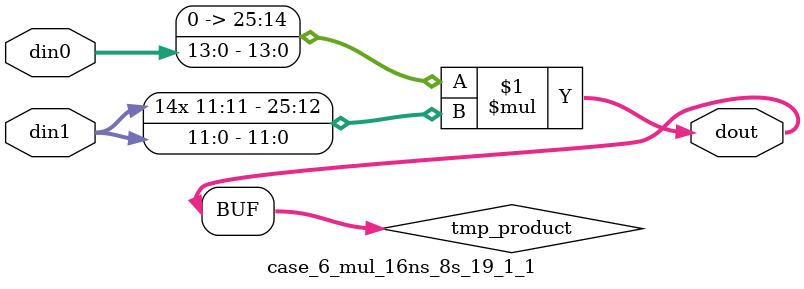
<source format=v>

`timescale 1 ns / 1 ps

 (* use_dsp = "no" *)  module case_6_mul_16ns_8s_19_1_1(din0, din1, dout);
parameter ID = 1;
parameter NUM_STAGE = 0;
parameter din0_WIDTH = 14;
parameter din1_WIDTH = 12;
parameter dout_WIDTH = 26;

input [din0_WIDTH - 1 : 0] din0; 
input [din1_WIDTH - 1 : 0] din1; 
output [dout_WIDTH - 1 : 0] dout;

wire signed [dout_WIDTH - 1 : 0] tmp_product;

























assign tmp_product = $signed({1'b0, din0}) * $signed(din1);










assign dout = tmp_product;





















endmodule

</source>
